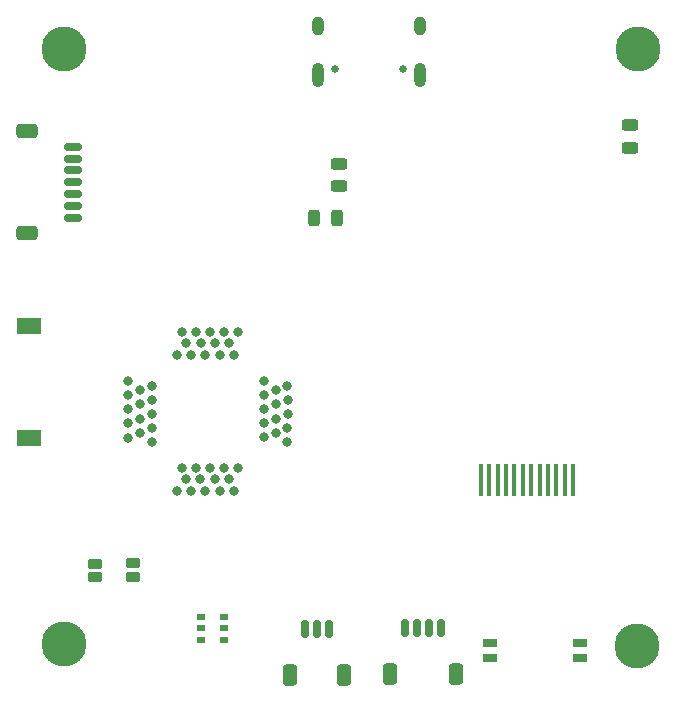
<source format=gbr>
%TF.GenerationSoftware,KiCad,Pcbnew,7.0.1*%
%TF.CreationDate,2023-04-07T20:32:22+02:00*%
%TF.ProjectId,ESP32 S3 MCU Socket,45535033-3220-4533-9320-4d435520536f,rev?*%
%TF.SameCoordinates,Original*%
%TF.FileFunction,Soldermask,Bot*%
%TF.FilePolarity,Negative*%
%FSLAX46Y46*%
G04 Gerber Fmt 4.6, Leading zero omitted, Abs format (unit mm)*
G04 Created by KiCad (PCBNEW 7.0.1) date 2023-04-07 20:32:22*
%MOMM*%
%LPD*%
G01*
G04 APERTURE LIST*
G04 Aperture macros list*
%AMRoundRect*
0 Rectangle with rounded corners*
0 $1 Rounding radius*
0 $2 $3 $4 $5 $6 $7 $8 $9 X,Y pos of 4 corners*
0 Add a 4 corners polygon primitive as box body*
4,1,4,$2,$3,$4,$5,$6,$7,$8,$9,$2,$3,0*
0 Add four circle primitives for the rounded corners*
1,1,$1+$1,$2,$3*
1,1,$1+$1,$4,$5*
1,1,$1+$1,$6,$7*
1,1,$1+$1,$8,$9*
0 Add four rect primitives between the rounded corners*
20,1,$1+$1,$2,$3,$4,$5,0*
20,1,$1+$1,$4,$5,$6,$7,0*
20,1,$1+$1,$6,$7,$8,$9,0*
20,1,$1+$1,$8,$9,$2,$3,0*%
G04 Aperture macros list end*
%ADD10C,3.800000*%
%ADD11C,0.650000*%
%ADD12O,1.000000X2.100000*%
%ADD13O,1.000000X1.600000*%
%ADD14RoundRect,0.037100X0.317900X0.227900X-0.317900X0.227900X-0.317900X-0.227900X0.317900X-0.227900X0*%
%ADD15RoundRect,0.150000X0.150000X0.625000X-0.150000X0.625000X-0.150000X-0.625000X0.150000X-0.625000X0*%
%ADD16RoundRect,0.250000X0.350000X0.650000X-0.350000X0.650000X-0.350000X-0.650000X0.350000X-0.650000X0*%
%ADD17C,0.800000*%
%ADD18R,2.100000X1.400000*%
%ADD19R,0.300000X2.800000*%
%ADD20RoundRect,0.150000X0.625000X-0.150000X0.625000X0.150000X-0.625000X0.150000X-0.625000X-0.150000X0*%
%ADD21RoundRect,0.250000X0.650000X-0.350000X0.650000X0.350000X-0.650000X0.350000X-0.650000X-0.350000X0*%
%ADD22RoundRect,0.243750X0.456250X-0.243750X0.456250X0.243750X-0.456250X0.243750X-0.456250X-0.243750X0*%
%ADD23R,1.270000X0.760000*%
%ADD24RoundRect,0.124800X0.475200X0.275200X-0.475200X0.275200X-0.475200X-0.275200X0.475200X-0.275200X0*%
%ADD25RoundRect,0.243750X-0.243750X-0.456250X0.243750X-0.456250X0.243750X0.456250X-0.243750X0.456250X0*%
G04 APERTURE END LIST*
D10*
%TO.C,REF\u002A\u002A*%
X174030000Y-66080000D03*
%TD*%
%TO.C,REF\u002A\u002A*%
X125440000Y-116470000D03*
%TD*%
D11*
%TO.C,J1*%
X154100000Y-67780000D03*
X148320000Y-67780000D03*
D12*
X155530000Y-68310000D03*
D13*
X155530000Y-64130000D03*
D12*
X146890000Y-68310000D03*
D13*
X146890000Y-64130000D03*
%TD*%
D10*
%TO.C,REF\u002A\u002A*%
X125450000Y-66040000D03*
%TD*%
%TO.C,REF\u002A\u002A*%
X173940000Y-116620000D03*
%TD*%
D14*
%TO.C,U3*%
X138970000Y-114120000D03*
X138970000Y-115120000D03*
X138970000Y-116120000D03*
X137000000Y-116120000D03*
X137000000Y-115120000D03*
X137000000Y-114120000D03*
%TD*%
D15*
%TO.C,I2C_PLUG1*%
X157320000Y-115100000D03*
X156320000Y-115100000D03*
X155320000Y-115100000D03*
X154320000Y-115100000D03*
D16*
X158620000Y-118975000D03*
X153020000Y-118975000D03*
%TD*%
D15*
%TO.C,ExtSW1*%
X147850000Y-115165000D03*
X146850000Y-115165000D03*
X145850000Y-115165000D03*
D16*
X149150000Y-119040000D03*
X144550000Y-119040000D03*
%TD*%
D17*
%TO.C,ESP32S1*%
X132820000Y-99370000D03*
X130820000Y-98970000D03*
X131830000Y-98560000D03*
X132820000Y-98170000D03*
X130820000Y-97770000D03*
X131830000Y-97360000D03*
X132820000Y-96960000D03*
X130820000Y-96560000D03*
X131820000Y-96160000D03*
X132820000Y-95760000D03*
X130820000Y-95360000D03*
X131820000Y-94960000D03*
X132820000Y-94570000D03*
X130820000Y-94170000D03*
X134980000Y-92010000D03*
X135380000Y-90010000D03*
X135770000Y-91000000D03*
X136180000Y-92010000D03*
X136570000Y-90010000D03*
X136970000Y-91000000D03*
X137370000Y-92010000D03*
X137770000Y-90010000D03*
X138180000Y-91000000D03*
X138580000Y-92010000D03*
X138980000Y-90010000D03*
X139380000Y-91000000D03*
X139780000Y-92010000D03*
X140180000Y-90010000D03*
X142340000Y-94170000D03*
X144330000Y-94570000D03*
X143340000Y-94950000D03*
X142340000Y-95360000D03*
X144340000Y-95760000D03*
X143350000Y-96160000D03*
X142340000Y-96570000D03*
X144350000Y-96960000D03*
X143330000Y-97370000D03*
X142330000Y-97770000D03*
X144330000Y-98170000D03*
X143340000Y-98560000D03*
X142330000Y-98960000D03*
X144330000Y-99370000D03*
X140180000Y-101510000D03*
X139780000Y-103510000D03*
X139370000Y-102500000D03*
X138580000Y-103510000D03*
X138980000Y-101510000D03*
X138170000Y-102500000D03*
X137370000Y-103510000D03*
X137770000Y-101510000D03*
X136960000Y-102500000D03*
X136170000Y-103510000D03*
X136570000Y-101510000D03*
X135760000Y-102500000D03*
X135380000Y-101510000D03*
X134980000Y-103510000D03*
%TD*%
D18*
%TO.C,ANT1*%
X122430000Y-99020000D03*
X122430000Y-89520000D03*
%TD*%
D19*
%TO.C,LCD1*%
X160705000Y-102595000D03*
X161415000Y-102600000D03*
X162125000Y-102600000D03*
X162835000Y-102595000D03*
X163545000Y-102600000D03*
X164260000Y-102595000D03*
X164970000Y-102595000D03*
X165680000Y-102595000D03*
X166390000Y-102590000D03*
X167100000Y-102595000D03*
X167810000Y-102595000D03*
X168520000Y-102595000D03*
%TD*%
D20*
%TO.C,J2*%
X126130000Y-80350000D03*
X126130000Y-79350000D03*
X126130000Y-78350000D03*
X126130000Y-77350000D03*
X126130000Y-76350000D03*
X126130000Y-75350000D03*
X126130000Y-74350000D03*
D21*
X122255000Y-81650000D03*
X122255000Y-73050000D03*
%TD*%
D22*
%TO.C,PWR-LED1*%
X173370000Y-74417500D03*
X173370000Y-72542500D03*
%TD*%
%TO.C,CH-TX-RED1*%
X148650000Y-77657500D03*
X148650000Y-75782500D03*
%TD*%
D23*
%TO.C,SW1*%
X161480000Y-117615000D03*
X161480000Y-116345000D03*
X169100000Y-116345000D03*
X169100000Y-117615000D03*
%TD*%
D24*
%TO.C,LED1*%
X131240000Y-110750000D03*
X128060000Y-110760000D03*
X131240000Y-109610000D03*
X128050000Y-109640000D03*
%TD*%
D25*
%TO.C,CH-RX-LED1*%
X146610000Y-80410000D03*
X148485000Y-80410000D03*
%TD*%
M02*

</source>
